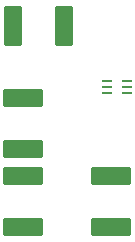
<source format=gtp>
%TF.GenerationSoftware,KiCad,Pcbnew,7.0.10*%
%TF.CreationDate,2024-06-11T23:19:59-07:00*%
%TF.ProjectId,NB002-NGP,4e423030-322d-44e4-9750-2e6b69636164,rev?*%
%TF.SameCoordinates,Original*%
%TF.FileFunction,Paste,Top*%
%TF.FilePolarity,Positive*%
%FSLAX46Y46*%
G04 Gerber Fmt 4.6, Leading zero omitted, Abs format (unit mm)*
G04 Created by KiCad (PCBNEW 7.0.10) date 2024-06-11 23:19:59*
%MOMM*%
%LPD*%
G01*
G04 APERTURE LIST*
G04 Aperture macros list*
%AMRoundRect*
0 Rectangle with rounded corners*
0 $1 Rounding radius*
0 $2 $3 $4 $5 $6 $7 $8 $9 X,Y pos of 4 corners*
0 Add a 4 corners polygon primitive as box body*
4,1,4,$2,$3,$4,$5,$6,$7,$8,$9,$2,$3,0*
0 Add four circle primitives for the rounded corners*
1,1,$1+$1,$2,$3*
1,1,$1+$1,$4,$5*
1,1,$1+$1,$6,$7*
1,1,$1+$1,$8,$9*
0 Add four rect primitives between the rounded corners*
20,1,$1+$1,$2,$3,$4,$5,0*
20,1,$1+$1,$4,$5,$6,$7,0*
20,1,$1+$1,$6,$7,$8,$9,0*
20,1,$1+$1,$8,$9,$2,$3,0*%
G04 Aperture macros list end*
%ADD10R,0.812800X0.228600*%
%ADD11RoundRect,0.250000X1.450000X-0.537500X1.450000X0.537500X-1.450000X0.537500X-1.450000X-0.537500X0*%
%ADD12RoundRect,0.250000X-0.537500X-1.450000X0.537500X-1.450000X0.537500X1.450000X-0.537500X1.450000X0*%
G04 APERTURE END LIST*
D10*
%TO.C,H1*%
X128798200Y-82100002D03*
X128798200Y-82600001D03*
X128798200Y-83100000D03*
X130500000Y-83100000D03*
X130500000Y-82600001D03*
X130500000Y-82100002D03*
%TD*%
D11*
%TO.C,C2*%
X121700000Y-87837500D03*
X121700000Y-83562500D03*
%TD*%
%TO.C,C1*%
X129100000Y-94437500D03*
X129100000Y-90162500D03*
%TD*%
D12*
%TO.C,C4*%
X120862500Y-77400000D03*
X125137500Y-77400000D03*
%TD*%
D11*
%TO.C,C3*%
X121700000Y-94437500D03*
X121700000Y-90162500D03*
%TD*%
M02*

</source>
